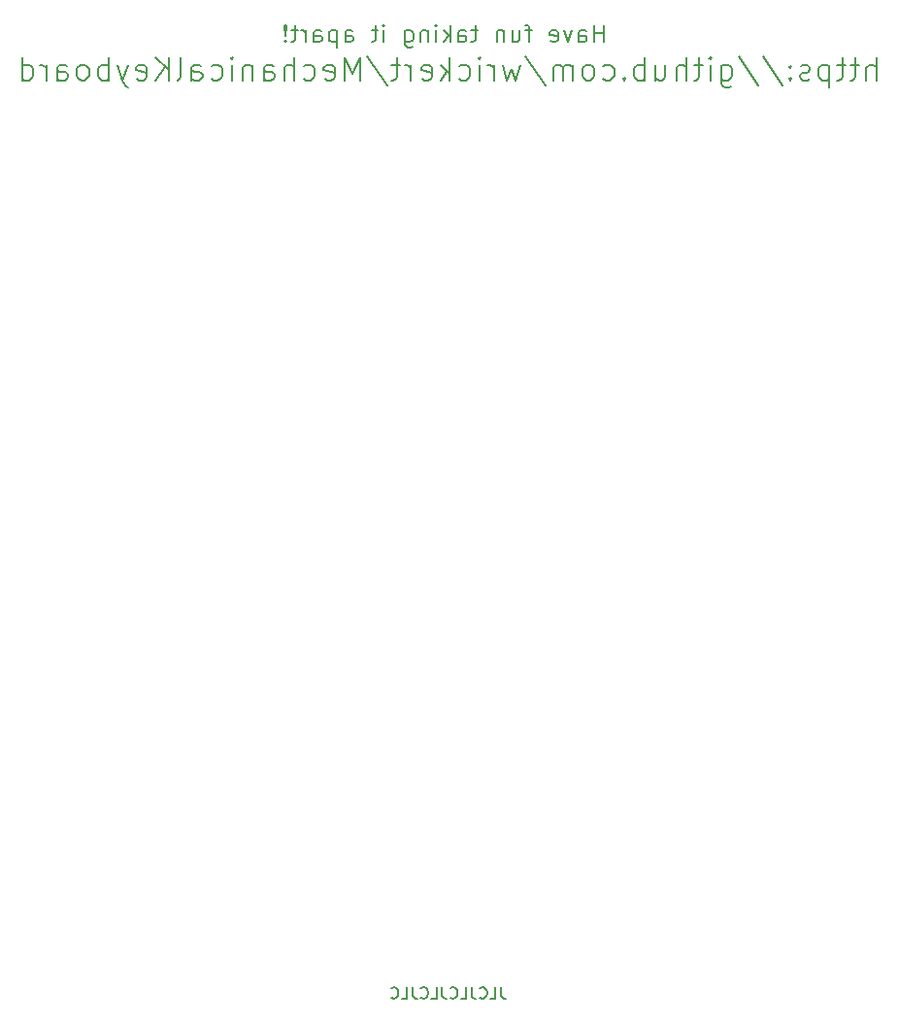
<source format=gbr>
%TF.GenerationSoftware,KiCad,Pcbnew,(5.99.0-9526-g5c17ff0595)*%
%TF.CreationDate,2021-07-07T23:04:22-05:00*%
%TF.ProjectId,Cafebabe Backplate,43616665-6261-4626-9520-4261636b706c,rev?*%
%TF.SameCoordinates,Original*%
%TF.FileFunction,Legend,Bot*%
%TF.FilePolarity,Positive*%
%FSLAX46Y46*%
G04 Gerber Fmt 4.6, Leading zero omitted, Abs format (unit mm)*
G04 Created by KiCad (PCBNEW (5.99.0-9526-g5c17ff0595)) date 2021-07-07 23:04:22*
%MOMM*%
%LPD*%
G01*
G04 APERTURE LIST*
%ADD10C,0.150000*%
G04 APERTURE END LIST*
D10*
X144470674Y-58456388D02*
X144470674Y-56956388D01*
X144470674Y-57670674D02*
X143613531Y-57670674D01*
X143613531Y-58456388D02*
X143613531Y-56956388D01*
X142256388Y-58456388D02*
X142256388Y-57670674D01*
X142327817Y-57527817D01*
X142470674Y-57456388D01*
X142756388Y-57456388D01*
X142899245Y-57527817D01*
X142256388Y-58384959D02*
X142399245Y-58456388D01*
X142756388Y-58456388D01*
X142899245Y-58384959D01*
X142970674Y-58242102D01*
X142970674Y-58099245D01*
X142899245Y-57956388D01*
X142756388Y-57884959D01*
X142399245Y-57884959D01*
X142256388Y-57813531D01*
X141684959Y-57456388D02*
X141327817Y-58456388D01*
X140970674Y-57456388D01*
X139827817Y-58384959D02*
X139970674Y-58456388D01*
X140256388Y-58456388D01*
X140399245Y-58384959D01*
X140470674Y-58242102D01*
X140470674Y-57670674D01*
X140399245Y-57527817D01*
X140256388Y-57456388D01*
X139970674Y-57456388D01*
X139827817Y-57527817D01*
X139756388Y-57670674D01*
X139756388Y-57813531D01*
X140470674Y-57956388D01*
X138184959Y-57456388D02*
X137613531Y-57456388D01*
X137970674Y-58456388D02*
X137970674Y-57170674D01*
X137899245Y-57027817D01*
X137756388Y-56956388D01*
X137613531Y-56956388D01*
X136470674Y-57456388D02*
X136470674Y-58456388D01*
X137113531Y-57456388D02*
X137113531Y-58242102D01*
X137042102Y-58384959D01*
X136899245Y-58456388D01*
X136684959Y-58456388D01*
X136542102Y-58384959D01*
X136470674Y-58313531D01*
X135756388Y-57456388D02*
X135756388Y-58456388D01*
X135756388Y-57599245D02*
X135684959Y-57527817D01*
X135542102Y-57456388D01*
X135327817Y-57456388D01*
X135184959Y-57527817D01*
X135113531Y-57670674D01*
X135113531Y-58456388D01*
X133470674Y-57456388D02*
X132899245Y-57456388D01*
X133256388Y-56956388D02*
X133256388Y-58242102D01*
X133184959Y-58384959D01*
X133042102Y-58456388D01*
X132899245Y-58456388D01*
X131756388Y-58456388D02*
X131756388Y-57670674D01*
X131827817Y-57527817D01*
X131970674Y-57456388D01*
X132256388Y-57456388D01*
X132399245Y-57527817D01*
X131756388Y-58384959D02*
X131899245Y-58456388D01*
X132256388Y-58456388D01*
X132399245Y-58384959D01*
X132470674Y-58242102D01*
X132470674Y-58099245D01*
X132399245Y-57956388D01*
X132256388Y-57884959D01*
X131899245Y-57884959D01*
X131756388Y-57813531D01*
X131042102Y-58456388D02*
X131042102Y-56956388D01*
X130899245Y-57884959D02*
X130470674Y-58456388D01*
X130470674Y-57456388D02*
X131042102Y-58027817D01*
X129827817Y-58456388D02*
X129827817Y-57456388D01*
X129827817Y-56956388D02*
X129899245Y-57027817D01*
X129827817Y-57099245D01*
X129756388Y-57027817D01*
X129827817Y-56956388D01*
X129827817Y-57099245D01*
X129113531Y-57456388D02*
X129113531Y-58456388D01*
X129113531Y-57599245D02*
X129042102Y-57527817D01*
X128899245Y-57456388D01*
X128684959Y-57456388D01*
X128542102Y-57527817D01*
X128470674Y-57670674D01*
X128470674Y-58456388D01*
X127113531Y-57456388D02*
X127113531Y-58670674D01*
X127184959Y-58813531D01*
X127256388Y-58884959D01*
X127399245Y-58956388D01*
X127613531Y-58956388D01*
X127756388Y-58884959D01*
X127113531Y-58384959D02*
X127256388Y-58456388D01*
X127542102Y-58456388D01*
X127684959Y-58384959D01*
X127756388Y-58313531D01*
X127827817Y-58170674D01*
X127827817Y-57742102D01*
X127756388Y-57599245D01*
X127684959Y-57527817D01*
X127542102Y-57456388D01*
X127256388Y-57456388D01*
X127113531Y-57527817D01*
X125256388Y-58456388D02*
X125256388Y-57456388D01*
X125256388Y-56956388D02*
X125327817Y-57027817D01*
X125256388Y-57099245D01*
X125184959Y-57027817D01*
X125256388Y-56956388D01*
X125256388Y-57099245D01*
X124756388Y-57456388D02*
X124184959Y-57456388D01*
X124542102Y-56956388D02*
X124542102Y-58242102D01*
X124470674Y-58384959D01*
X124327817Y-58456388D01*
X124184959Y-58456388D01*
X121899245Y-58456388D02*
X121899245Y-57670674D01*
X121970674Y-57527817D01*
X122113531Y-57456388D01*
X122399245Y-57456388D01*
X122542102Y-57527817D01*
X121899245Y-58384959D02*
X122042102Y-58456388D01*
X122399245Y-58456388D01*
X122542102Y-58384959D01*
X122613531Y-58242102D01*
X122613531Y-58099245D01*
X122542102Y-57956388D01*
X122399245Y-57884959D01*
X122042102Y-57884959D01*
X121899245Y-57813531D01*
X121184959Y-57456388D02*
X121184959Y-58956388D01*
X121184959Y-57527817D02*
X121042102Y-57456388D01*
X120756388Y-57456388D01*
X120613531Y-57527817D01*
X120542102Y-57599245D01*
X120470674Y-57742102D01*
X120470674Y-58170674D01*
X120542102Y-58313531D01*
X120613531Y-58384959D01*
X120756388Y-58456388D01*
X121042102Y-58456388D01*
X121184959Y-58384959D01*
X119184959Y-58456388D02*
X119184959Y-57670674D01*
X119256388Y-57527817D01*
X119399245Y-57456388D01*
X119684959Y-57456388D01*
X119827817Y-57527817D01*
X119184959Y-58384959D02*
X119327817Y-58456388D01*
X119684959Y-58456388D01*
X119827817Y-58384959D01*
X119899245Y-58242102D01*
X119899245Y-58099245D01*
X119827817Y-57956388D01*
X119684959Y-57884959D01*
X119327817Y-57884959D01*
X119184959Y-57813531D01*
X118470674Y-58456388D02*
X118470674Y-57456388D01*
X118470674Y-57742102D02*
X118399245Y-57599245D01*
X118327817Y-57527817D01*
X118184959Y-57456388D01*
X118042102Y-57456388D01*
X117756388Y-57456388D02*
X117184959Y-57456388D01*
X117542102Y-56956388D02*
X117542102Y-58242102D01*
X117470674Y-58384959D01*
X117327817Y-58456388D01*
X117184959Y-58456388D01*
X116684959Y-58313531D02*
X116613531Y-58384959D01*
X116684959Y-58456388D01*
X116756388Y-58384959D01*
X116684959Y-58313531D01*
X116684959Y-58456388D01*
X116684959Y-57884959D02*
X116756388Y-57027817D01*
X116684959Y-56956388D01*
X116613531Y-57027817D01*
X116684959Y-57884959D01*
X116684959Y-56956388D01*
X135496864Y-140830197D02*
X135496864Y-141544483D01*
X135544483Y-141687340D01*
X135639721Y-141782578D01*
X135782578Y-141830197D01*
X135877817Y-141830197D01*
X134544483Y-141830197D02*
X135020674Y-141830197D01*
X135020674Y-140830197D01*
X133639721Y-141734959D02*
X133687340Y-141782578D01*
X133830197Y-141830197D01*
X133925436Y-141830197D01*
X134068293Y-141782578D01*
X134163531Y-141687340D01*
X134211150Y-141592102D01*
X134258769Y-141401626D01*
X134258769Y-141258769D01*
X134211150Y-141068293D01*
X134163531Y-140973055D01*
X134068293Y-140877817D01*
X133925436Y-140830197D01*
X133830197Y-140830197D01*
X133687340Y-140877817D01*
X133639721Y-140925436D01*
X132925436Y-140830197D02*
X132925436Y-141544483D01*
X132973055Y-141687340D01*
X133068293Y-141782578D01*
X133211150Y-141830197D01*
X133306388Y-141830197D01*
X131973055Y-141830197D02*
X132449245Y-141830197D01*
X132449245Y-140830197D01*
X131068293Y-141734959D02*
X131115912Y-141782578D01*
X131258769Y-141830197D01*
X131354007Y-141830197D01*
X131496864Y-141782578D01*
X131592102Y-141687340D01*
X131639721Y-141592102D01*
X131687340Y-141401626D01*
X131687340Y-141258769D01*
X131639721Y-141068293D01*
X131592102Y-140973055D01*
X131496864Y-140877817D01*
X131354007Y-140830197D01*
X131258769Y-140830197D01*
X131115912Y-140877817D01*
X131068293Y-140925436D01*
X130354007Y-140830197D02*
X130354007Y-141544483D01*
X130401626Y-141687340D01*
X130496864Y-141782578D01*
X130639721Y-141830197D01*
X130734959Y-141830197D01*
X129401626Y-141830197D02*
X129877817Y-141830197D01*
X129877817Y-140830197D01*
X128496864Y-141734959D02*
X128544483Y-141782578D01*
X128687340Y-141830197D01*
X128782578Y-141830197D01*
X128925436Y-141782578D01*
X129020674Y-141687340D01*
X129068293Y-141592102D01*
X129115912Y-141401626D01*
X129115912Y-141258769D01*
X129068293Y-141068293D01*
X129020674Y-140973055D01*
X128925436Y-140877817D01*
X128782578Y-140830197D01*
X128687340Y-140830197D01*
X128544483Y-140877817D01*
X128496864Y-140925436D01*
X127782578Y-140830197D02*
X127782578Y-141544483D01*
X127830197Y-141687340D01*
X127925436Y-141782578D01*
X128068293Y-141830197D01*
X128163531Y-141830197D01*
X126830197Y-141830197D02*
X127306388Y-141830197D01*
X127306388Y-140830197D01*
X125925436Y-141734959D02*
X125973055Y-141782578D01*
X126115912Y-141830197D01*
X126211150Y-141830197D01*
X126354007Y-141782578D01*
X126449245Y-141687340D01*
X126496864Y-141592102D01*
X126544483Y-141401626D01*
X126544483Y-141258769D01*
X126496864Y-141068293D01*
X126449245Y-140973055D01*
X126354007Y-140877817D01*
X126211150Y-140830197D01*
X126115912Y-140830197D01*
X125973055Y-140877817D01*
X125925436Y-140925436D01*
X168215911Y-61782578D02*
X168215911Y-59782578D01*
X167358768Y-61782578D02*
X167358768Y-60734959D01*
X167454006Y-60544483D01*
X167644482Y-60449245D01*
X167930196Y-60449245D01*
X168120673Y-60544483D01*
X168215911Y-60639721D01*
X166692101Y-60449245D02*
X165930196Y-60449245D01*
X166406387Y-59782578D02*
X166406387Y-61496864D01*
X166311149Y-61687340D01*
X166120673Y-61782578D01*
X165930196Y-61782578D01*
X165549244Y-60449245D02*
X164787339Y-60449245D01*
X165263530Y-59782578D02*
X165263530Y-61496864D01*
X165168292Y-61687340D01*
X164977816Y-61782578D01*
X164787339Y-61782578D01*
X164120673Y-60449245D02*
X164120673Y-62449245D01*
X164120673Y-60544483D02*
X163930196Y-60449245D01*
X163549244Y-60449245D01*
X163358768Y-60544483D01*
X163263530Y-60639721D01*
X163168292Y-60830197D01*
X163168292Y-61401626D01*
X163263530Y-61592102D01*
X163358768Y-61687340D01*
X163549244Y-61782578D01*
X163930196Y-61782578D01*
X164120673Y-61687340D01*
X162406387Y-61687340D02*
X162215911Y-61782578D01*
X161834958Y-61782578D01*
X161644482Y-61687340D01*
X161549244Y-61496864D01*
X161549244Y-61401626D01*
X161644482Y-61211150D01*
X161834958Y-61115912D01*
X162120673Y-61115912D01*
X162311149Y-61020674D01*
X162406387Y-60830197D01*
X162406387Y-60734959D01*
X162311149Y-60544483D01*
X162120673Y-60449245D01*
X161834958Y-60449245D01*
X161644482Y-60544483D01*
X160692101Y-61592102D02*
X160596863Y-61687340D01*
X160692101Y-61782578D01*
X160787339Y-61687340D01*
X160692101Y-61592102D01*
X160692101Y-61782578D01*
X160692101Y-60544483D02*
X160596863Y-60639721D01*
X160692101Y-60734959D01*
X160787339Y-60639721D01*
X160692101Y-60544483D01*
X160692101Y-60734959D01*
X158311149Y-59687340D02*
X160025435Y-62258769D01*
X156215911Y-59687340D02*
X157930196Y-62258769D01*
X154692101Y-60449245D02*
X154692101Y-62068293D01*
X154787339Y-62258769D01*
X154882577Y-62354007D01*
X155073054Y-62449245D01*
X155358768Y-62449245D01*
X155549244Y-62354007D01*
X154692101Y-61687340D02*
X154882577Y-61782578D01*
X155263530Y-61782578D01*
X155454006Y-61687340D01*
X155549244Y-61592102D01*
X155644482Y-61401626D01*
X155644482Y-60830197D01*
X155549244Y-60639721D01*
X155454006Y-60544483D01*
X155263530Y-60449245D01*
X154882577Y-60449245D01*
X154692101Y-60544483D01*
X153739720Y-61782578D02*
X153739720Y-60449245D01*
X153739720Y-59782578D02*
X153834958Y-59877817D01*
X153739720Y-59973055D01*
X153644482Y-59877817D01*
X153739720Y-59782578D01*
X153739720Y-59973055D01*
X153073054Y-60449245D02*
X152311149Y-60449245D01*
X152787339Y-59782578D02*
X152787339Y-61496864D01*
X152692101Y-61687340D01*
X152501625Y-61782578D01*
X152311149Y-61782578D01*
X151644482Y-61782578D02*
X151644482Y-59782578D01*
X150787339Y-61782578D02*
X150787339Y-60734959D01*
X150882577Y-60544483D01*
X151073054Y-60449245D01*
X151358768Y-60449245D01*
X151549244Y-60544483D01*
X151644482Y-60639721D01*
X148977816Y-60449245D02*
X148977816Y-61782578D01*
X149834958Y-60449245D02*
X149834958Y-61496864D01*
X149739720Y-61687340D01*
X149549244Y-61782578D01*
X149263530Y-61782578D01*
X149073054Y-61687340D01*
X148977816Y-61592102D01*
X148025435Y-61782578D02*
X148025435Y-59782578D01*
X148025435Y-60544483D02*
X147834958Y-60449245D01*
X147454006Y-60449245D01*
X147263530Y-60544483D01*
X147168292Y-60639721D01*
X147073054Y-60830197D01*
X147073054Y-61401626D01*
X147168292Y-61592102D01*
X147263530Y-61687340D01*
X147454006Y-61782578D01*
X147834958Y-61782578D01*
X148025435Y-61687340D01*
X146215911Y-61592102D02*
X146120673Y-61687340D01*
X146215911Y-61782578D01*
X146311149Y-61687340D01*
X146215911Y-61592102D01*
X146215911Y-61782578D01*
X144406387Y-61687340D02*
X144596863Y-61782578D01*
X144977816Y-61782578D01*
X145168292Y-61687340D01*
X145263530Y-61592102D01*
X145358768Y-61401626D01*
X145358768Y-60830197D01*
X145263530Y-60639721D01*
X145168292Y-60544483D01*
X144977816Y-60449245D01*
X144596863Y-60449245D01*
X144406387Y-60544483D01*
X143263530Y-61782578D02*
X143454006Y-61687340D01*
X143549244Y-61592102D01*
X143644482Y-61401626D01*
X143644482Y-60830197D01*
X143549244Y-60639721D01*
X143454006Y-60544483D01*
X143263530Y-60449245D01*
X142977816Y-60449245D01*
X142787339Y-60544483D01*
X142692101Y-60639721D01*
X142596863Y-60830197D01*
X142596863Y-61401626D01*
X142692101Y-61592102D01*
X142787339Y-61687340D01*
X142977816Y-61782578D01*
X143263530Y-61782578D01*
X141739720Y-61782578D02*
X141739720Y-60449245D01*
X141739720Y-60639721D02*
X141644482Y-60544483D01*
X141454006Y-60449245D01*
X141168292Y-60449245D01*
X140977816Y-60544483D01*
X140882577Y-60734959D01*
X140882577Y-61782578D01*
X140882577Y-60734959D02*
X140787339Y-60544483D01*
X140596863Y-60449245D01*
X140311149Y-60449245D01*
X140120673Y-60544483D01*
X140025435Y-60734959D01*
X140025435Y-61782578D01*
X137644482Y-59687340D02*
X139358768Y-62258769D01*
X137168292Y-60449245D02*
X136787339Y-61782578D01*
X136406387Y-60830197D01*
X136025435Y-61782578D01*
X135644482Y-60449245D01*
X134882577Y-61782578D02*
X134882577Y-60449245D01*
X134882577Y-60830197D02*
X134787339Y-60639721D01*
X134692101Y-60544483D01*
X134501625Y-60449245D01*
X134311149Y-60449245D01*
X133644482Y-61782578D02*
X133644482Y-60449245D01*
X133644482Y-59782578D02*
X133739720Y-59877817D01*
X133644482Y-59973055D01*
X133549244Y-59877817D01*
X133644482Y-59782578D01*
X133644482Y-59973055D01*
X131834958Y-61687340D02*
X132025435Y-61782578D01*
X132406387Y-61782578D01*
X132596863Y-61687340D01*
X132692101Y-61592102D01*
X132787339Y-61401626D01*
X132787339Y-60830197D01*
X132692101Y-60639721D01*
X132596863Y-60544483D01*
X132406387Y-60449245D01*
X132025435Y-60449245D01*
X131834958Y-60544483D01*
X130977816Y-61782578D02*
X130977816Y-59782578D01*
X130787339Y-61020674D02*
X130215911Y-61782578D01*
X130215911Y-60449245D02*
X130977816Y-61211150D01*
X128596863Y-61687340D02*
X128787339Y-61782578D01*
X129168292Y-61782578D01*
X129358768Y-61687340D01*
X129454006Y-61496864D01*
X129454006Y-60734959D01*
X129358768Y-60544483D01*
X129168292Y-60449245D01*
X128787339Y-60449245D01*
X128596863Y-60544483D01*
X128501625Y-60734959D01*
X128501625Y-60925436D01*
X129454006Y-61115912D01*
X127644482Y-61782578D02*
X127644482Y-60449245D01*
X127644482Y-60830197D02*
X127549244Y-60639721D01*
X127454006Y-60544483D01*
X127263530Y-60449245D01*
X127073054Y-60449245D01*
X126692101Y-60449245D02*
X125930196Y-60449245D01*
X126406387Y-59782578D02*
X126406387Y-61496864D01*
X126311149Y-61687340D01*
X126120673Y-61782578D01*
X125930196Y-61782578D01*
X123834958Y-59687340D02*
X125549244Y-62258769D01*
X123168292Y-61782578D02*
X123168292Y-59782578D01*
X122501625Y-61211150D01*
X121834958Y-59782578D01*
X121834958Y-61782578D01*
X120120673Y-61687340D02*
X120311149Y-61782578D01*
X120692101Y-61782578D01*
X120882577Y-61687340D01*
X120977816Y-61496864D01*
X120977816Y-60734959D01*
X120882577Y-60544483D01*
X120692101Y-60449245D01*
X120311149Y-60449245D01*
X120120673Y-60544483D01*
X120025435Y-60734959D01*
X120025435Y-60925436D01*
X120977816Y-61115912D01*
X118311149Y-61687340D02*
X118501625Y-61782578D01*
X118882577Y-61782578D01*
X119073054Y-61687340D01*
X119168292Y-61592102D01*
X119263530Y-61401626D01*
X119263530Y-60830197D01*
X119168292Y-60639721D01*
X119073054Y-60544483D01*
X118882577Y-60449245D01*
X118501625Y-60449245D01*
X118311149Y-60544483D01*
X117454006Y-61782578D02*
X117454006Y-59782578D01*
X116596863Y-61782578D02*
X116596863Y-60734959D01*
X116692101Y-60544483D01*
X116882577Y-60449245D01*
X117168292Y-60449245D01*
X117358768Y-60544483D01*
X117454006Y-60639721D01*
X114787339Y-61782578D02*
X114787339Y-60734959D01*
X114882577Y-60544483D01*
X115073054Y-60449245D01*
X115454006Y-60449245D01*
X115644482Y-60544483D01*
X114787339Y-61687340D02*
X114977816Y-61782578D01*
X115454006Y-61782578D01*
X115644482Y-61687340D01*
X115739720Y-61496864D01*
X115739720Y-61306388D01*
X115644482Y-61115912D01*
X115454006Y-61020674D01*
X114977816Y-61020674D01*
X114787339Y-60925436D01*
X113834958Y-60449245D02*
X113834958Y-61782578D01*
X113834958Y-60639721D02*
X113739720Y-60544483D01*
X113549244Y-60449245D01*
X113263530Y-60449245D01*
X113073054Y-60544483D01*
X112977816Y-60734959D01*
X112977816Y-61782578D01*
X112025435Y-61782578D02*
X112025435Y-60449245D01*
X112025435Y-59782578D02*
X112120673Y-59877817D01*
X112025435Y-59973055D01*
X111930196Y-59877817D01*
X112025435Y-59782578D01*
X112025435Y-59973055D01*
X110215911Y-61687340D02*
X110406387Y-61782578D01*
X110787339Y-61782578D01*
X110977816Y-61687340D01*
X111073054Y-61592102D01*
X111168292Y-61401626D01*
X111168292Y-60830197D01*
X111073054Y-60639721D01*
X110977816Y-60544483D01*
X110787339Y-60449245D01*
X110406387Y-60449245D01*
X110215911Y-60544483D01*
X108501625Y-61782578D02*
X108501625Y-60734959D01*
X108596863Y-60544483D01*
X108787339Y-60449245D01*
X109168292Y-60449245D01*
X109358768Y-60544483D01*
X108501625Y-61687340D02*
X108692101Y-61782578D01*
X109168292Y-61782578D01*
X109358768Y-61687340D01*
X109454006Y-61496864D01*
X109454006Y-61306388D01*
X109358768Y-61115912D01*
X109168292Y-61020674D01*
X108692101Y-61020674D01*
X108501625Y-60925436D01*
X107263530Y-61782578D02*
X107454006Y-61687340D01*
X107549244Y-61496864D01*
X107549244Y-59782578D01*
X106501625Y-61782578D02*
X106501625Y-59782578D01*
X105358768Y-61782578D02*
X106215911Y-60639721D01*
X105358768Y-59782578D02*
X106501625Y-60925436D01*
X103739720Y-61687340D02*
X103930196Y-61782578D01*
X104311149Y-61782578D01*
X104501625Y-61687340D01*
X104596863Y-61496864D01*
X104596863Y-60734959D01*
X104501625Y-60544483D01*
X104311149Y-60449245D01*
X103930196Y-60449245D01*
X103739720Y-60544483D01*
X103644482Y-60734959D01*
X103644482Y-60925436D01*
X104596863Y-61115912D01*
X102977816Y-60449245D02*
X102501625Y-61782578D01*
X102025435Y-60449245D02*
X102501625Y-61782578D01*
X102692101Y-62258769D01*
X102787339Y-62354007D01*
X102977816Y-62449245D01*
X101263530Y-61782578D02*
X101263530Y-59782578D01*
X101263530Y-60544483D02*
X101073054Y-60449245D01*
X100692101Y-60449245D01*
X100501625Y-60544483D01*
X100406387Y-60639721D01*
X100311149Y-60830197D01*
X100311149Y-61401626D01*
X100406387Y-61592102D01*
X100501625Y-61687340D01*
X100692101Y-61782578D01*
X101073054Y-61782578D01*
X101263530Y-61687340D01*
X99168292Y-61782578D02*
X99358768Y-61687340D01*
X99454006Y-61592102D01*
X99549244Y-61401626D01*
X99549244Y-60830197D01*
X99454006Y-60639721D01*
X99358768Y-60544483D01*
X99168292Y-60449245D01*
X98882577Y-60449245D01*
X98692101Y-60544483D01*
X98596863Y-60639721D01*
X98501625Y-60830197D01*
X98501625Y-61401626D01*
X98596863Y-61592102D01*
X98692101Y-61687340D01*
X98882577Y-61782578D01*
X99168292Y-61782578D01*
X96787339Y-61782578D02*
X96787339Y-60734959D01*
X96882577Y-60544483D01*
X97073054Y-60449245D01*
X97454006Y-60449245D01*
X97644482Y-60544483D01*
X96787339Y-61687340D02*
X96977816Y-61782578D01*
X97454006Y-61782578D01*
X97644482Y-61687340D01*
X97739720Y-61496864D01*
X97739720Y-61306388D01*
X97644482Y-61115912D01*
X97454006Y-61020674D01*
X96977816Y-61020674D01*
X96787339Y-60925436D01*
X95834958Y-61782578D02*
X95834958Y-60449245D01*
X95834958Y-60830197D02*
X95739720Y-60639721D01*
X95644482Y-60544483D01*
X95454006Y-60449245D01*
X95263530Y-60449245D01*
X93739720Y-61782578D02*
X93739720Y-59782578D01*
X93739720Y-61687340D02*
X93930196Y-61782578D01*
X94311149Y-61782578D01*
X94501625Y-61687340D01*
X94596863Y-61592102D01*
X94692101Y-61401626D01*
X94692101Y-60830197D01*
X94596863Y-60639721D01*
X94501625Y-60544483D01*
X94311149Y-60449245D01*
X93930196Y-60449245D01*
X93739720Y-60544483D01*
M02*

</source>
